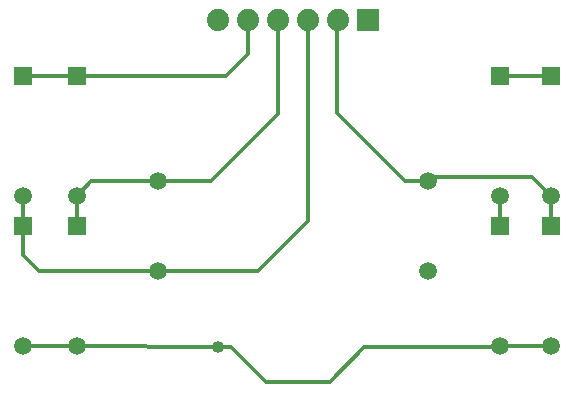
<source format=gbr>
G04 DipTrace 2.3.0.0*
%INTop.gbr*%
%MOIN*%
%ADD13C,0.013*%
%ADD14R,0.074X0.074*%
%ADD15C,0.074*%
%ADD16R,0.0591X0.0591*%
%ADD17C,0.0591*%
%ADD18C,0.0591*%
%ADD19C,0.04*%
%FSLAX44Y44*%
G04*
G70*
G90*
G75*
G01*
%LNTop*%
%LPD*%
X4940Y15928D2*
D13*
X6740D1*
X22540D2*
X20840D1*
X12440Y17791D2*
Y16660D1*
X11714Y15934D1*
X6746D1*
X6740Y15928D1*
X4940Y6952D2*
X6740D1*
X20840D2*
X22540D1*
X11440Y6899D2*
X11469Y6870D1*
X6740Y6952D2*
X11440Y6899D1*
X11895D1*
X13044Y5750D1*
X15178D1*
X16333Y6905D1*
X20793D1*
X20840Y6952D1*
Y10928D2*
Y11952D1*
X18440Y12444D2*
X17688D1*
X15423Y14709D1*
Y17774D1*
X15440Y17791D1*
X22540Y11952D2*
Y10928D1*
X18440Y12444D2*
Y12562D1*
X21930D1*
X22540Y11952D1*
X6740D2*
Y10928D1*
X9440Y12444D2*
X11234D1*
X13464Y14674D1*
Y17767D1*
X13440Y17791D1*
X9440Y12444D2*
X7232D1*
X6740Y11952D1*
X4940D2*
Y10928D1*
Y9969D1*
X5485Y9425D1*
X9428D1*
X9440Y9436D1*
X12775D1*
X14444Y11104D1*
Y17787D1*
X14440Y17791D1*
D19*
X11440Y6899D3*
D3*
D3*
D14*
X16440Y17791D3*
D15*
X15440D3*
X14440D3*
X13440D3*
X12440D3*
X11440D3*
D16*
X20840Y15928D3*
D17*
Y11952D3*
D16*
X22540Y15928D3*
D17*
Y11952D3*
D16*
X6740Y15928D3*
D17*
Y11952D3*
D16*
X4940Y15928D3*
D17*
Y11952D3*
D16*
X20840Y10928D3*
D17*
Y6952D3*
D16*
X22540Y10928D3*
D17*
Y6952D3*
D16*
X6740Y10928D3*
D17*
Y6952D3*
D16*
X4940Y10928D3*
D17*
Y6952D3*
D18*
X18440Y12444D3*
X9440D3*
Y9436D3*
X18440D3*
M02*

</source>
